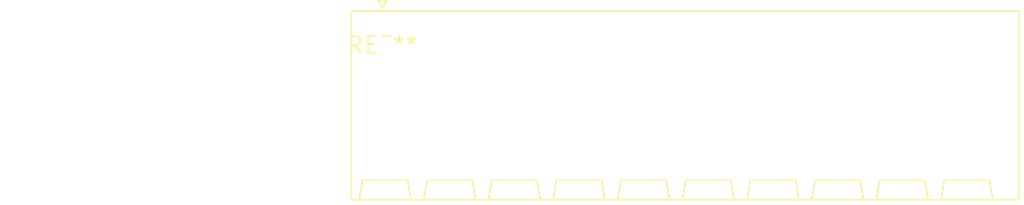
<source format=kicad_pcb>
(kicad_pcb (version 20240108) (generator pcbnew)
  (layers (0 "F.Cu" signal) (31 "B.Cu" signal) (34 "B.Paste" user) (35 "F.Paste" user) (36 "B.SilkS" user "B.Silkscreen") (37 "F.SilkS" user "F.Silkscreen") (38 "B.Mask" user) (39 "F.Mask" user) (44 "Edge.Cuts" user))
  (net 0 "")
  (footprint "PhoenixContact_SPT_2.5_10-H-5.0_1x10_P5.0mm_Horizontal" (layer "F.Cu") (at 0 0)
    (property "Reference" "REF**")
    (property "Value" "PhoenixContact_SPT_2.5_10-H-5.0_1x10_P5.0mm_Horizontal")
    (fp_line (start -2.41 -2.64) (end 49.21 -2.64) (layer "F.SilkS") (stroke (width 0.12)))
    (fp_line (start -2.41 11.98) (end -2.41 -2.64) (layer "F.SilkS") (stroke (width 0.12)))
    (fp_line (start -1.8 11.98) (end -1.55 10.48) (layer "F.SilkS") (stroke (width 0.12)))
    (fp_line (start -1.55 10.48) (end 1.95 10.48) (layer "F.SilkS") (stroke (width 0.12)))
    (fp_line (start -0.3 -3.44) (end 0 -2.84) (layer "F.SilkS") (stroke (width 0.12)))
    (fp_line (start -0.3 -3.44) (end 0.3 -3.44) (layer "F.SilkS") (stroke (width 0.12)))
    (fp_line (start 0.3 -3.44) (end 0 -2.84) (layer "F.SilkS") (stroke (width 0.12)))
    (fp_line (start 2.2 11.98) (end 1.95 10.48) (layer "F.SilkS") (stroke (width 0.12)))
    (fp_line (start 3.2 11.98) (end 3.45 10.48) (layer "F.SilkS") (stroke (width 0.12)))
    (fp_line (start 3.45 10.48) (end 6.95 10.48) (layer "F.SilkS") (stroke (width 0.12)))
    (fp_line (start 7.2 11.98) (end 6.95 10.48) (layer "F.SilkS") (stroke (width 0.12)))
    (fp_line (start 8.2 11.98) (end 8.45 10.48) (layer "F.SilkS") (stroke (width 0.12)))
    (fp_line (start 8.45 10.48) (end 11.95 10.48) (layer "F.SilkS") (stroke (width 0.12)))
    (fp_line (start 12.2 11.98) (end 11.95 10.48) (layer "F.SilkS") (stroke (width 0.12)))
    (fp_line (start 13.2 11.98) (end 13.45 10.48) (layer "F.SilkS") (stroke (width 0.12)))
    (fp_line (start 13.45 10.48) (end 16.95 10.48) (layer "F.SilkS") (stroke (width 0.12)))
    (fp_line (start 17.2 11.98) (end 16.95 10.48) (layer "F.SilkS") (stroke (width 0.12)))
    (fp_line (start 18.2 11.98) (end 18.45 10.48) (layer "F.SilkS") (stroke (width 0.12)))
    (fp_line (start 18.45 10.48) (end 21.95 10.48) (layer "F.SilkS") (stroke (width 0.12)))
    (fp_line (start 22.2 11.98) (end 21.95 10.48) (layer "F.SilkS") (stroke (width 0.12)))
    (fp_line (start 23.2 11.98) (end 23.45 10.48) (layer "F.SilkS") (stroke (width 0.12)))
    (fp_line (start 23.45 10.48) (end 26.95 10.48) (layer "F.SilkS") (stroke (width 0.12)))
    (fp_line (start 27.2 11.98) (end 26.95 10.48) (layer "F.SilkS") (stroke (width 0.12)))
    (fp_line (start 28.2 11.98) (end 28.45 10.48) (layer "F.SilkS") (stroke (width 0.12)))
    (fp_line (start 28.45 10.48) (end 31.95 10.48) (layer "F.SilkS") (stroke (width 0.12)))
    (fp_line (start 32.2 11.98) (end 31.95 10.48) (layer "F.SilkS") (stroke (width 0.12)))
    (fp_line (start 33.2 11.98) (end 33.45 10.48) (layer "F.SilkS") (stroke (width 0.12)))
    (fp_line (start 33.45 10.48) (end 36.95 10.48) (layer "F.SilkS") (stroke (width 0.12)))
    (fp_line (start 37.2 11.98) (end 36.95 10.48) (layer "F.SilkS") (stroke (width 0.12)))
    (fp_line (start 38.2 11.98) (end 38.45 10.48) (layer "F.SilkS") (stroke (width 0.12)))
    (fp_line (start 38.45 10.48) (end 41.95 10.48) (layer "F.SilkS") (stroke (width 0.12)))
    (fp_line (start 42.2 11.98) (end 41.95 10.48) (layer "F.SilkS") (stroke (width 0.12)))
    (fp_line (start 43.2 11.98) (end 43.45 10.48) (layer "F.SilkS") (stroke (width 0.12)))
    (fp_line (start 43.45 10.48) (end 46.95 10.48) (layer "F.SilkS") (stroke (width 0.12)))
    (fp_line (start 47.2 11.98) (end 46.95 10.48) (layer "F.SilkS") (stroke (width 0.12)))
    (fp_line (start 49.21 -2.64) (end 49.21 11.98) (layer "F.SilkS") (stroke (width 0.12)))
    (fp_line (start 49.21 11.98) (end -2.41 11.98) (layer "F.SilkS") (stroke (width 0.12)))
    (pad "1" thru_hole roundrect (at 0 0) (size 1.8 3.3) (drill 1.1) (layers *.Cu *.Mask) (remove_unused_layers) (roundrect_rratio 0.138889))
    (pad "1" thru_hole roundrect (at 0 8.2) (size 1.8 3.3) (drill 1.1) (layers *.Cu *.Mask) (remove_unused_layers) (roundrect_rratio 0.138889))
    (pad "2" thru_hole oval (at 5 0) (size 1.8 3.3) (drill 1.1) (layers *.Cu *.Mask) (remove_unused_layers))
    (pad "2" thru_hole oval (at 5 8.2) (size 1.8 3.3) (drill 1.1) (layers *.Cu *.Mask) (remove_unused_layers))
    (pad "3" thru_hole oval (at 10 0) (size 1.8 3.3) (drill 1.1) (layers *.Cu *.Mask) (remove_unused_layers))
    (pad "3" thru_hole oval (at 10 8.2) (size 1.8 3.3) (drill 1.1) (layers *.Cu *.Mask) (remove_unused_layers))
    (pad "4" thru_hole oval (at 15 0) (size 1.8 3.3) (drill 1.1) (layers *.Cu *.Mask) (remove_unused_layers))
    (pad "4" thru_hole oval (at 15 8.2) (size 1.8 3.3) (drill 1.1) (layers *.Cu *.Mask) (remove_unused_layers))
    (pad "5" thru_hole oval (at 20 0) (size 1.8 3.3) (drill 1.1) (layers *.Cu *.Mask) (remove_unused_layers))
    (pad "5" thru_hole oval (at 20 8.2) (size 1.8 3.3) (drill 1.1) (layers *.Cu *.Mask) (remove_unused_layers))
    (pad "6" thru_hole oval (at 25 0) (size 1.8 3.3) (drill 1.1) (layers *.Cu *.Mask) (remove_unused_layers))
    (pad "6" thru_hole oval (at 25 8.2) (size 1.8 3.3) (drill 1.1) (layers *.Cu *.Mask) (remove_unused_layers))
    (pad "7" thru_hole oval (at 30 0) (size 1.8 3.3) (drill 1.1) (layers *.Cu *.Mask) (remove_unused_layers))
    (pad "7" thru_hole oval (at 30 8.2) (size 1.8 3.3) (drill 1.1) (layers *.Cu *.Mask) (remove_unused_layers))
    (pad "8" thru_hole oval (at 35 0) (size 1.8 3.3) (drill 1.1) (layers *.Cu *.Mask) (remove_unused_layers))
    (pad "8" thru_hole oval (at 35 8.2) (size 1.8 3.3) (drill 1.1) (layers *.Cu *.Mask) (remove_unused_layers))
    (pad "9" thru_hole oval (at 40 0) (size 1.8 3.3) (drill 1.1) (layers *.Cu *.Mask) (remove_unused_layers))
    (pad "9" thru_hole oval (at 40 8.2) (size 1.8 3.3) (drill 1.1) (layers *.Cu *.Mask) (remove_unused_layers))
    (pad "10" thru_hole oval (at 45 0) (size 1.8 3.3) (drill 1.1) (layers *.Cu *.Mask) (remove_unused_layers))
    (pad "10" thru_hole oval (at 45 8.2) (size 1.8 3.3) (drill 1.1) (layers *.Cu *.Mask) (remove_unused_layers))
  )
)
</source>
